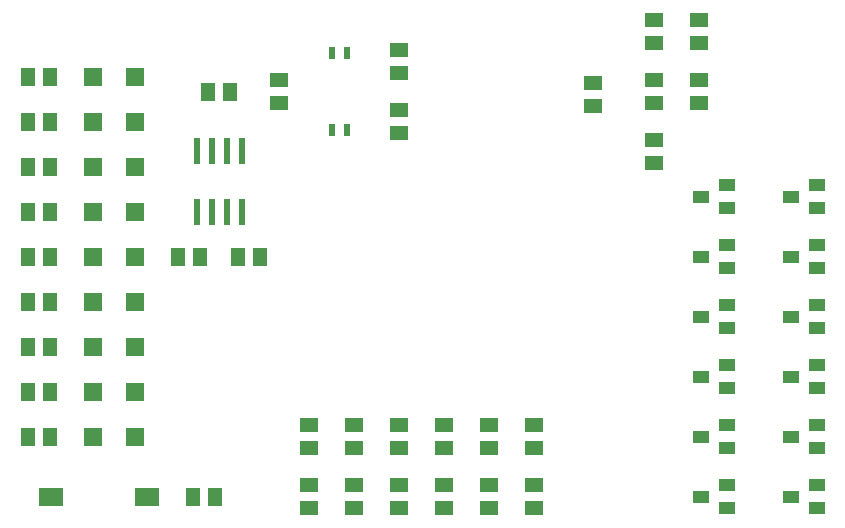
<source format=gbr>
G04 EAGLE Gerber RS-274X export*
G75*
%MOMM*%
%FSLAX34Y34*%
%LPD*%
%INSolderpaste Top*%
%IPPOS*%
%AMOC8*
5,1,8,0,0,1.08239X$1,22.5*%
G01*
%ADD10R,1.300000X1.500000*%
%ADD11R,0.600000X2.200000*%
%ADD12R,1.500000X1.500000*%
%ADD13R,1.500000X1.300000*%
%ADD14R,0.500000X1.000000*%
%ADD15R,1.400000X1.000000*%
%ADD16R,2.000000X1.500000*%


D10*
X562000Y546100D03*
X581000Y546100D03*
D11*
X539750Y583600D03*
X539750Y635600D03*
X527050Y583600D03*
X552450Y583600D03*
X565150Y583600D03*
X527050Y635600D03*
X552450Y635600D03*
X565150Y635600D03*
D12*
X439700Y698500D03*
X474700Y698500D03*
X439700Y660400D03*
X474700Y660400D03*
X439700Y622300D03*
X474700Y622300D03*
X439700Y584200D03*
X474700Y584200D03*
X439700Y546100D03*
X474700Y546100D03*
X439700Y508000D03*
X474700Y508000D03*
X439700Y393700D03*
X474700Y393700D03*
D10*
X384200Y698500D03*
X403200Y698500D03*
D13*
X622300Y384200D03*
X622300Y403200D03*
X660400Y384200D03*
X660400Y403200D03*
X698500Y384200D03*
X698500Y403200D03*
X736600Y384200D03*
X736600Y403200D03*
X774700Y384200D03*
X774700Y403200D03*
X812800Y384200D03*
X812800Y403200D03*
X812800Y352400D03*
X812800Y333400D03*
X774700Y352400D03*
X774700Y333400D03*
X736600Y352400D03*
X736600Y333400D03*
X698500Y352400D03*
X698500Y333400D03*
D10*
X384200Y660400D03*
X403200Y660400D03*
D13*
X660400Y352400D03*
X660400Y333400D03*
X622300Y352400D03*
X622300Y333400D03*
D10*
X384200Y622300D03*
X403200Y622300D03*
X384200Y584200D03*
X403200Y584200D03*
X384200Y546100D03*
X403200Y546100D03*
X384200Y508000D03*
X403200Y508000D03*
X384200Y393700D03*
X403200Y393700D03*
X555600Y685800D03*
X536600Y685800D03*
X511200Y546100D03*
X530200Y546100D03*
D14*
X654050Y718200D03*
X641350Y718200D03*
X641350Y653400D03*
X654050Y653400D03*
D13*
X596900Y676300D03*
X596900Y695300D03*
X698500Y669900D03*
X698500Y650900D03*
D12*
X439700Y469900D03*
X474700Y469900D03*
X439700Y431800D03*
X474700Y431800D03*
D10*
X384200Y469900D03*
X403200Y469900D03*
X384200Y431800D03*
X403200Y431800D03*
D15*
X1030400Y342900D03*
X1052400Y352400D03*
X1052400Y333400D03*
X954200Y342900D03*
X976200Y352400D03*
X976200Y333400D03*
X1030400Y444500D03*
X1052400Y454000D03*
X1052400Y435000D03*
X1030400Y495300D03*
X1052400Y504800D03*
X1052400Y485800D03*
X1030400Y546100D03*
X1052400Y555600D03*
X1052400Y536600D03*
X1030400Y596900D03*
X1052400Y606400D03*
X1052400Y587400D03*
X1030400Y393700D03*
X1052400Y403200D03*
X1052400Y384200D03*
X954200Y393700D03*
X976200Y403200D03*
X976200Y384200D03*
X954200Y444500D03*
X976200Y454000D03*
X976200Y435000D03*
X954200Y495300D03*
X976200Y504800D03*
X976200Y485800D03*
X954200Y546100D03*
X976200Y555600D03*
X976200Y536600D03*
X954200Y596900D03*
X976200Y606400D03*
X976200Y587400D03*
D13*
X914400Y727100D03*
X914400Y746100D03*
X952500Y727100D03*
X952500Y746100D03*
X914400Y676300D03*
X914400Y695300D03*
X914400Y625500D03*
X914400Y644500D03*
X952500Y695300D03*
X952500Y676300D03*
X698500Y720700D03*
X698500Y701700D03*
D10*
X542900Y342900D03*
X523900Y342900D03*
D16*
X485500Y342900D03*
X403500Y342900D03*
D13*
X862330Y692760D03*
X862330Y673760D03*
M02*

</source>
